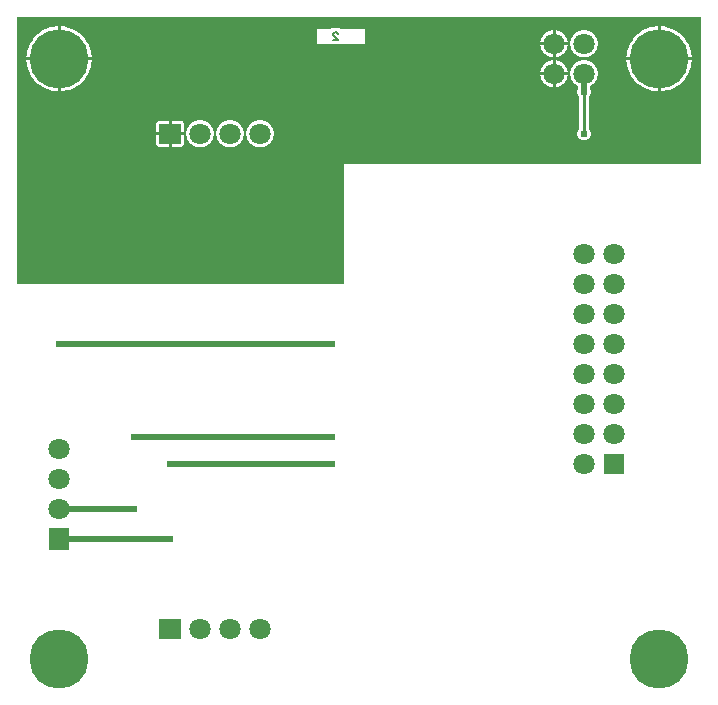
<source format=gbl>
G04 Layer: BottomLayer*
G04 EasyEDA v6.5.34, 2023-08-21 18:11:39*
G04 3c53056fde0748dba5be5e51cb54a096,5a6b42c53f6a479593ecc07194224c93,10*
G04 Gerber Generator version 0.2*
G04 Scale: 100 percent, Rotated: No, Reflected: No *
G04 Dimensions in millimeters *
G04 leading zeros omitted , absolute positions ,4 integer and 5 decimal *
%FSLAX45Y45*%
%MOMM*%

%AMMACRO1*21,1,$1,$2,0,0,$3*%
%ADD10C,0.1524*%
%ADD11C,0.5000*%
%ADD12C,0.2540*%
%ADD13C,1.8000*%
%ADD14MACRO1,1.8X1.7X-90.0000*%
%ADD15MACRO1,1.8X1.7X0.0000*%
%ADD16R,1.8000X1.8000*%
%ADD17C,5.0000*%
%ADD18C,0.6096*%
%ADD19C,0.0104*%

%LPD*%
G36*
X36068Y3556000D02*
G01*
X32156Y3556762D01*
X28905Y3558946D01*
X26670Y3562248D01*
X25908Y3566160D01*
X25908Y5805932D01*
X26670Y5809843D01*
X28905Y5813094D01*
X32156Y5815330D01*
X36068Y5816092D01*
X2555240Y5816092D01*
X2559151Y5815330D01*
X2562402Y5813094D01*
X2564638Y5809843D01*
X2565400Y5805932D01*
X2566162Y5809843D01*
X2568397Y5813094D01*
X2571648Y5815330D01*
X2575560Y5816092D01*
X5805932Y5816092D01*
X5809843Y5815330D01*
X5813094Y5813094D01*
X5815330Y5809843D01*
X5816092Y5805932D01*
X5816092Y4582160D01*
X5815330Y4578248D01*
X5813094Y4574946D01*
X5809843Y4572762D01*
X5805932Y4572000D01*
X2795016Y4572000D01*
X2794000Y4570984D01*
X2794000Y3566160D01*
X2793238Y3562248D01*
X2791002Y3558946D01*
X2787700Y3556762D01*
X2783840Y3556000D01*
G37*

%LPC*%
G36*
X4584700Y5219039D02*
G01*
X4593691Y5220157D01*
X4607814Y5223764D01*
X4621326Y5229148D01*
X4634077Y5236159D01*
X4645863Y5244693D01*
X4656480Y5254650D01*
X4665776Y5265877D01*
X4673549Y5278170D01*
X4679746Y5291328D01*
X4684268Y5305196D01*
X4686960Y5319471D01*
X4687112Y5321300D01*
X4584700Y5321300D01*
G37*
G36*
X1821484Y4710328D02*
G01*
X1836013Y4710328D01*
X1850440Y4712157D01*
X1864563Y4715764D01*
X1878075Y4721148D01*
X1890826Y4728159D01*
X1902612Y4736693D01*
X1913229Y4746650D01*
X1922475Y4757877D01*
X1930298Y4770170D01*
X1936496Y4783328D01*
X1940966Y4797196D01*
X1943709Y4811471D01*
X1944624Y4826000D01*
X1943709Y4840528D01*
X1940966Y4854803D01*
X1936496Y4868672D01*
X1930298Y4881829D01*
X1922475Y4894122D01*
X1913229Y4905349D01*
X1902612Y4915306D01*
X1890826Y4923840D01*
X1878075Y4930851D01*
X1864563Y4936185D01*
X1850440Y4939842D01*
X1836013Y4941671D01*
X1821484Y4941671D01*
X1807006Y4939842D01*
X1792935Y4936185D01*
X1779422Y4930851D01*
X1766671Y4923840D01*
X1754886Y4915306D01*
X1744268Y4905349D01*
X1734972Y4894122D01*
X1727200Y4881829D01*
X1721002Y4868672D01*
X1716481Y4854803D01*
X1713788Y4840528D01*
X1712874Y4826000D01*
X1713788Y4811471D01*
X1716481Y4797196D01*
X1721002Y4783328D01*
X1727200Y4770170D01*
X1734972Y4757877D01*
X1744268Y4746650D01*
X1754886Y4736693D01*
X1766671Y4728159D01*
X1779422Y4721148D01*
X1792935Y4715764D01*
X1807006Y4712157D01*
G37*
G36*
X2075484Y4710328D02*
G01*
X2090013Y4710328D01*
X2104440Y4712157D01*
X2118563Y4715764D01*
X2132076Y4721148D01*
X2144826Y4728159D01*
X2156612Y4736693D01*
X2167229Y4746650D01*
X2176475Y4757877D01*
X2184298Y4770170D01*
X2190496Y4783328D01*
X2194966Y4797196D01*
X2197709Y4811471D01*
X2198624Y4826000D01*
X2197709Y4840528D01*
X2194966Y4854803D01*
X2190496Y4868672D01*
X2184298Y4881829D01*
X2176475Y4894122D01*
X2167229Y4905349D01*
X2156612Y4915306D01*
X2144826Y4923840D01*
X2132076Y4930851D01*
X2118563Y4936185D01*
X2104440Y4939842D01*
X2090013Y4941671D01*
X2075484Y4941671D01*
X2061006Y4939842D01*
X2046935Y4936185D01*
X2033422Y4930851D01*
X2020671Y4923840D01*
X2008886Y4915306D01*
X1998268Y4905349D01*
X1988972Y4894122D01*
X1981200Y4881829D01*
X1975002Y4868672D01*
X1970481Y4854803D01*
X1967788Y4840528D01*
X1966874Y4826000D01*
X1967788Y4811471D01*
X1970481Y4797196D01*
X1975002Y4783328D01*
X1981200Y4770170D01*
X1988972Y4757877D01*
X1998268Y4746650D01*
X2008886Y4736693D01*
X2020671Y4728159D01*
X2033422Y4721148D01*
X2046935Y4715764D01*
X2061006Y4712157D01*
G37*
G36*
X1333449Y4715103D02*
G01*
X1410157Y4715103D01*
X1416507Y4715814D01*
X1421942Y4717694D01*
X1426870Y4720793D01*
X1430934Y4724857D01*
X1434033Y4729784D01*
X1435963Y4735220D01*
X1436674Y4741570D01*
X1436674Y4813300D01*
X1333449Y4813300D01*
G37*
G36*
X1231290Y4715103D02*
G01*
X1308049Y4715103D01*
X1308049Y4813300D01*
X1204823Y4813300D01*
X1204823Y4741570D01*
X1205534Y4735220D01*
X1207465Y4729784D01*
X1210564Y4724857D01*
X1214628Y4720793D01*
X1219555Y4717694D01*
X1224991Y4715814D01*
G37*
G36*
X4826000Y4769612D02*
G01*
X4835753Y4770475D01*
X4845253Y4773015D01*
X4854143Y4777181D01*
X4862220Y4782820D01*
X4869129Y4789728D01*
X4874768Y4797806D01*
X4878933Y4806696D01*
X4881473Y4816195D01*
X4882337Y4825949D01*
X4881473Y4835753D01*
X4878933Y4845253D01*
X4874768Y4854143D01*
X4869129Y4862220D01*
X4867554Y4863795D01*
X4865370Y4867097D01*
X4864608Y4870958D01*
X4864608Y5136591D01*
X4865370Y5140502D01*
X4867554Y5143804D01*
X4869180Y5145379D01*
X4874818Y5153406D01*
X4878933Y5162346D01*
X4881473Y5171795D01*
X4882337Y5181600D01*
X4881473Y5191404D01*
X4878933Y5200853D01*
X4877866Y5203190D01*
X4876901Y5207508D01*
X4876901Y5224018D01*
X4877562Y5227523D01*
X4879390Y5230622D01*
X4882184Y5232908D01*
X4888077Y5236159D01*
X4899863Y5244693D01*
X4910480Y5254650D01*
X4919776Y5265877D01*
X4927549Y5278170D01*
X4933746Y5291328D01*
X4938268Y5305196D01*
X4940960Y5319471D01*
X4941874Y5334000D01*
X4940960Y5348528D01*
X4938268Y5362803D01*
X4933746Y5376672D01*
X4927549Y5389829D01*
X4919776Y5402122D01*
X4910480Y5413349D01*
X4899863Y5423306D01*
X4888077Y5431840D01*
X4875326Y5438851D01*
X4861814Y5444236D01*
X4847691Y5447842D01*
X4833264Y5449671D01*
X4818735Y5449671D01*
X4804308Y5447842D01*
X4790186Y5444236D01*
X4776673Y5438851D01*
X4763922Y5431840D01*
X4752136Y5423306D01*
X4741519Y5413349D01*
X4732223Y5402122D01*
X4724450Y5389829D01*
X4718253Y5376672D01*
X4713732Y5362803D01*
X4711039Y5348528D01*
X4710125Y5334000D01*
X4711039Y5319471D01*
X4713732Y5305196D01*
X4718253Y5291328D01*
X4724450Y5278170D01*
X4732223Y5265877D01*
X4741519Y5254650D01*
X4752136Y5244693D01*
X4763922Y5236159D01*
X4769815Y5232908D01*
X4772609Y5230622D01*
X4774438Y5227523D01*
X4775098Y5224018D01*
X4775098Y5207508D01*
X4774133Y5203190D01*
X4773066Y5200853D01*
X4770526Y5191404D01*
X4769662Y5181600D01*
X4770526Y5171795D01*
X4773066Y5162346D01*
X4777181Y5153406D01*
X4782820Y5145379D01*
X4784394Y5143804D01*
X4786630Y5140502D01*
X4787392Y5136642D01*
X4787392Y4870958D01*
X4786630Y4867097D01*
X4784394Y4863795D01*
X4782820Y4862220D01*
X4777181Y4854143D01*
X4773015Y4845253D01*
X4770475Y4835753D01*
X4769662Y4825949D01*
X4770475Y4816195D01*
X4773015Y4806696D01*
X4777181Y4797806D01*
X4782820Y4789728D01*
X4789779Y4782820D01*
X4797806Y4777181D01*
X4806696Y4773015D01*
X4816195Y4770475D01*
G37*
G36*
X1333449Y4838700D02*
G01*
X1436674Y4838700D01*
X1436674Y4910429D01*
X1435963Y4916728D01*
X1434033Y4922215D01*
X1430934Y4927092D01*
X1426870Y4931206D01*
X1421942Y4934254D01*
X1416507Y4936185D01*
X1410157Y4936896D01*
X1333449Y4936896D01*
G37*
G36*
X1204823Y4838700D02*
G01*
X1308049Y4838700D01*
X1308049Y4936896D01*
X1231290Y4936896D01*
X1224991Y4936185D01*
X1219555Y4934254D01*
X1214628Y4931206D01*
X1210564Y4927092D01*
X1207465Y4922215D01*
X1205534Y4916728D01*
X1204823Y4910429D01*
G37*
G36*
X5473700Y5185562D02*
G01*
X5478322Y5185664D01*
X5501284Y5188051D01*
X5523992Y5192369D01*
X5546242Y5198618D01*
X5567934Y5206644D01*
X5588812Y5216499D01*
X5608828Y5228031D01*
X5627827Y5241239D01*
X5645607Y5255971D01*
X5662117Y5272125D01*
X5677204Y5289600D01*
X5690819Y5308295D01*
X5702757Y5328107D01*
X5713018Y5348782D01*
X5721553Y5370271D01*
X5728208Y5392369D01*
X5733034Y5414975D01*
X5735929Y5437936D01*
X5736336Y5448300D01*
X5473700Y5448300D01*
G37*
G36*
X393700Y5185562D02*
G01*
X398322Y5185664D01*
X421284Y5188051D01*
X443992Y5192369D01*
X466242Y5198618D01*
X487934Y5206644D01*
X508812Y5216499D01*
X528828Y5228031D01*
X547827Y5241239D01*
X565607Y5255971D01*
X582117Y5272125D01*
X597204Y5289600D01*
X610819Y5308295D01*
X622757Y5328107D01*
X633018Y5348782D01*
X641553Y5370271D01*
X648208Y5392369D01*
X653034Y5414975D01*
X655929Y5437936D01*
X656336Y5448300D01*
X393700Y5448300D01*
G37*
G36*
X5448300Y5185613D02*
G01*
X5448300Y5448300D01*
X5185410Y5448300D01*
X5187289Y5426405D01*
X5191150Y5403646D01*
X5196890Y5381244D01*
X5204460Y5359450D01*
X5213858Y5338318D01*
X5224983Y5318099D01*
X5237784Y5298846D01*
X5252161Y5280710D01*
X5267960Y5263896D01*
X5285130Y5248402D01*
X5303520Y5234432D01*
X5323027Y5222087D01*
X5343499Y5211368D01*
X5364835Y5202428D01*
X5386781Y5195265D01*
X5409285Y5189982D01*
X5432145Y5186629D01*
G37*
G36*
X368300Y5185613D02*
G01*
X368300Y5448300D01*
X105410Y5448300D01*
X107289Y5426405D01*
X111150Y5403646D01*
X116890Y5381244D01*
X124460Y5359450D01*
X133858Y5338318D01*
X144983Y5318099D01*
X157784Y5298846D01*
X172161Y5280710D01*
X187960Y5263896D01*
X205130Y5248402D01*
X223520Y5234432D01*
X243027Y5222087D01*
X263499Y5211368D01*
X284835Y5202428D01*
X306781Y5195265D01*
X329285Y5189982D01*
X352145Y5186629D01*
G37*
G36*
X4559300Y5219039D02*
G01*
X4559300Y5321300D01*
X4456887Y5321300D01*
X4457039Y5319471D01*
X4459732Y5305196D01*
X4464253Y5291328D01*
X4470450Y5278170D01*
X4478223Y5265877D01*
X4487519Y5254650D01*
X4498136Y5244693D01*
X4509922Y5236159D01*
X4522673Y5229148D01*
X4536186Y5223764D01*
X4550308Y5220157D01*
G37*
G36*
X1567484Y4710328D02*
G01*
X1582013Y4710328D01*
X1596440Y4712157D01*
X1610563Y4715764D01*
X1624076Y4721148D01*
X1636826Y4728159D01*
X1648612Y4736693D01*
X1659229Y4746650D01*
X1668475Y4757877D01*
X1676298Y4770170D01*
X1682496Y4783328D01*
X1686966Y4797196D01*
X1689709Y4811471D01*
X1690624Y4826000D01*
X1689709Y4840528D01*
X1686966Y4854803D01*
X1682496Y4868672D01*
X1676298Y4881829D01*
X1668475Y4894122D01*
X1659229Y4905349D01*
X1648612Y4915306D01*
X1636826Y4923840D01*
X1624076Y4930851D01*
X1610563Y4936185D01*
X1596440Y4939842D01*
X1582013Y4941671D01*
X1567484Y4941671D01*
X1553006Y4939842D01*
X1538935Y4936185D01*
X1525422Y4930851D01*
X1512671Y4923840D01*
X1500886Y4915306D01*
X1490268Y4905349D01*
X1480972Y4894122D01*
X1473200Y4881829D01*
X1467002Y4868672D01*
X1462481Y4854803D01*
X1459788Y4840528D01*
X1458874Y4826000D01*
X1459788Y4811471D01*
X1462481Y4797196D01*
X1467002Y4783328D01*
X1473200Y4770170D01*
X1480972Y4757877D01*
X1490268Y4746650D01*
X1500886Y4736693D01*
X1512671Y4728159D01*
X1525422Y4721148D01*
X1538935Y4715764D01*
X1553006Y4712157D01*
G37*
G36*
X4584700Y5346700D02*
G01*
X4687112Y5346700D01*
X4686960Y5348528D01*
X4684268Y5362803D01*
X4679746Y5376672D01*
X4673549Y5389829D01*
X4665776Y5402122D01*
X4656480Y5413349D01*
X4645863Y5423306D01*
X4634077Y5431840D01*
X4621326Y5438851D01*
X4607814Y5444236D01*
X4593691Y5447842D01*
X4584700Y5448960D01*
G37*
G36*
X4456887Y5346700D02*
G01*
X4559300Y5346700D01*
X4559300Y5448960D01*
X4550308Y5447842D01*
X4536186Y5444236D01*
X4522673Y5438851D01*
X4509922Y5431840D01*
X4498136Y5423306D01*
X4487519Y5413349D01*
X4478223Y5402122D01*
X4470450Y5389829D01*
X4464253Y5376672D01*
X4459732Y5362803D01*
X4457039Y5348528D01*
G37*
G36*
X4818735Y5472328D02*
G01*
X4833264Y5472328D01*
X4847691Y5474157D01*
X4861814Y5477764D01*
X4875326Y5483148D01*
X4888077Y5490159D01*
X4899863Y5498693D01*
X4910480Y5508650D01*
X4919776Y5519877D01*
X4927549Y5532170D01*
X4933746Y5545328D01*
X4938268Y5559196D01*
X4940960Y5573471D01*
X4941874Y5588000D01*
X4940960Y5602528D01*
X4938268Y5616803D01*
X4933746Y5630672D01*
X4927549Y5643829D01*
X4919776Y5656122D01*
X4910480Y5667349D01*
X4899863Y5677306D01*
X4888077Y5685840D01*
X4875326Y5692851D01*
X4861814Y5698236D01*
X4847691Y5701842D01*
X4833264Y5703671D01*
X4818735Y5703671D01*
X4804308Y5701842D01*
X4790186Y5698236D01*
X4776673Y5692851D01*
X4763922Y5685840D01*
X4752136Y5677306D01*
X4741519Y5667349D01*
X4732223Y5656122D01*
X4724450Y5643829D01*
X4718253Y5630672D01*
X4713732Y5616803D01*
X4711039Y5602528D01*
X4710125Y5588000D01*
X4711039Y5573471D01*
X4713732Y5559196D01*
X4718253Y5545328D01*
X4724450Y5532170D01*
X4732223Y5519877D01*
X4741519Y5508650D01*
X4752136Y5498693D01*
X4763922Y5490159D01*
X4776673Y5483148D01*
X4790186Y5477764D01*
X4804308Y5474157D01*
G37*
G36*
X4584700Y5473039D02*
G01*
X4593691Y5474157D01*
X4607814Y5477764D01*
X4621326Y5483148D01*
X4634077Y5490159D01*
X4645863Y5498693D01*
X4656480Y5508650D01*
X4665776Y5519877D01*
X4673549Y5532170D01*
X4679746Y5545328D01*
X4684268Y5559196D01*
X4686960Y5573471D01*
X4687112Y5575300D01*
X4584700Y5575300D01*
G37*
G36*
X4559300Y5473039D02*
G01*
X4559300Y5575300D01*
X4456887Y5575300D01*
X4457039Y5573471D01*
X4459732Y5559196D01*
X4464253Y5545328D01*
X4470450Y5532170D01*
X4478223Y5519877D01*
X4487519Y5508650D01*
X4498136Y5498693D01*
X4509922Y5490159D01*
X4522673Y5483148D01*
X4536186Y5477764D01*
X4550308Y5474157D01*
G37*
G36*
X393700Y5473700D02*
G01*
X656336Y5473700D01*
X655929Y5484063D01*
X653034Y5507024D01*
X648208Y5529630D01*
X641553Y5551728D01*
X633018Y5573217D01*
X622757Y5593892D01*
X610819Y5613704D01*
X597204Y5632348D01*
X582117Y5649874D01*
X565607Y5666028D01*
X547827Y5680760D01*
X528828Y5693968D01*
X508812Y5705500D01*
X487934Y5715355D01*
X466242Y5723382D01*
X443992Y5729630D01*
X421284Y5733948D01*
X398322Y5736336D01*
X393700Y5736437D01*
G37*
G36*
X5473700Y5473700D02*
G01*
X5736336Y5473700D01*
X5735929Y5484063D01*
X5733034Y5507024D01*
X5728208Y5529630D01*
X5721553Y5551728D01*
X5713018Y5573217D01*
X5702757Y5593892D01*
X5690819Y5613704D01*
X5677204Y5632348D01*
X5662117Y5649874D01*
X5645607Y5666028D01*
X5627827Y5680760D01*
X5608828Y5693968D01*
X5588812Y5705500D01*
X5567934Y5715355D01*
X5546242Y5723382D01*
X5523992Y5729630D01*
X5501284Y5733948D01*
X5478322Y5736336D01*
X5473700Y5736437D01*
G37*
G36*
X5185410Y5473700D02*
G01*
X5448300Y5473700D01*
X5448300Y5736386D01*
X5432145Y5735370D01*
X5409285Y5732018D01*
X5386781Y5726734D01*
X5364835Y5719572D01*
X5343499Y5710631D01*
X5323027Y5699912D01*
X5303520Y5687568D01*
X5285130Y5673598D01*
X5267960Y5658104D01*
X5252161Y5641289D01*
X5237784Y5623153D01*
X5224983Y5603900D01*
X5213858Y5583682D01*
X5204460Y5562549D01*
X5196890Y5540756D01*
X5191150Y5518353D01*
X5187289Y5495594D01*
G37*
G36*
X105410Y5473700D02*
G01*
X368300Y5473700D01*
X368300Y5736386D01*
X352145Y5735370D01*
X329285Y5732018D01*
X306781Y5726734D01*
X284835Y5719572D01*
X263499Y5710631D01*
X243027Y5699912D01*
X223520Y5687568D01*
X205130Y5673598D01*
X187960Y5658104D01*
X172161Y5641289D01*
X157784Y5623153D01*
X144983Y5603900D01*
X133858Y5583682D01*
X124460Y5562549D01*
X116890Y5540756D01*
X111150Y5518353D01*
X107289Y5495594D01*
G37*
G36*
X2691688Y5583682D02*
G01*
X2750261Y5583682D01*
X2756560Y5584393D01*
X2764840Y5587593D01*
X2767634Y5588000D01*
X2970784Y5588000D01*
X2971800Y5589016D01*
X2971800Y5713984D01*
X2970784Y5715000D01*
X2763520Y5715000D01*
X2760167Y5715558D01*
X2756560Y5716828D01*
X2750261Y5717540D01*
X2691688Y5717540D01*
X2685389Y5716828D01*
X2681782Y5715558D01*
X2678430Y5715000D01*
X2575560Y5715000D01*
X2571648Y5715762D01*
X2568397Y5717997D01*
X2566162Y5721248D01*
X2565400Y5725160D01*
X2565400Y5589016D01*
X2566416Y5588000D01*
X2674315Y5588000D01*
X2677109Y5587593D01*
X2679903Y5586323D01*
X2685389Y5584393D01*
G37*
G36*
X4584700Y5600700D02*
G01*
X4687112Y5600700D01*
X4686960Y5602528D01*
X4684268Y5616803D01*
X4679746Y5630672D01*
X4673549Y5643829D01*
X4665776Y5656122D01*
X4656480Y5667349D01*
X4645863Y5677306D01*
X4634077Y5685840D01*
X4621326Y5692851D01*
X4607814Y5698236D01*
X4593691Y5701842D01*
X4584700Y5702960D01*
G37*
G36*
X4456887Y5600700D02*
G01*
X4559300Y5600700D01*
X4559300Y5702960D01*
X4550308Y5701842D01*
X4536186Y5698236D01*
X4522673Y5692851D01*
X4509922Y5685840D01*
X4498136Y5677306D01*
X4487519Y5667349D01*
X4478223Y5656122D01*
X4470450Y5643829D01*
X4464253Y5630672D01*
X4459732Y5616803D01*
X4457039Y5602528D01*
G37*

%LPD*%
D10*
X2739897Y5668010D02*
G01*
X2739897Y5671312D01*
X2736850Y5677662D01*
X2733547Y5680963D01*
X2727197Y5684012D01*
X2714497Y5684012D01*
X2708147Y5680963D01*
X2705100Y5677662D01*
X2701797Y5671312D01*
X2701797Y5664962D01*
X2705100Y5658612D01*
X2711450Y5648960D01*
X2743200Y5617210D01*
X2698750Y5617210D01*
D11*
X4826000Y5334000D02*
G01*
X4826000Y5181600D01*
X2082800Y2260600D02*
G01*
X2692400Y2260600D01*
X2693926Y2030473D02*
G01*
X1320800Y2030473D01*
X381005Y3048000D02*
G01*
X2692400Y3047994D01*
X1320800Y1397000D02*
G01*
X381000Y1397000D01*
X381000Y1651000D02*
G01*
X1016000Y1651000D01*
D12*
X4825987Y4825974D02*
G01*
X4825987Y5181587D01*
D11*
X2082800Y2260600D02*
G01*
X1016000Y2260600D01*
D13*
G01*
X381000Y2159000D03*
D14*
G01*
X381001Y1396997D03*
D13*
G01*
X381000Y1651000D03*
G01*
X381000Y1905000D03*
G01*
X2082749Y635000D03*
D15*
G01*
X1320797Y634996D03*
D13*
G01*
X1574800Y635000D03*
G01*
X1828800Y635000D03*
G01*
X2082749Y4825974D03*
D15*
G01*
X1320797Y4825975D03*
D13*
G01*
X1574800Y4825974D03*
G01*
X1828800Y4825974D03*
D16*
G01*
X5080000Y2032000D03*
D13*
G01*
X4826000Y2032000D03*
G01*
X5080000Y2286000D03*
G01*
X4826000Y2286000D03*
G01*
X5080000Y2540000D03*
G01*
X4826000Y2540000D03*
G01*
X5080000Y2794000D03*
G01*
X4826000Y2794000D03*
G01*
X5080000Y3048000D03*
G01*
X4826000Y3048000D03*
G01*
X5080000Y3302000D03*
G01*
X4826000Y3302000D03*
G01*
X5080000Y3556000D03*
G01*
X4826000Y3556000D03*
G01*
X5080000Y3810000D03*
G01*
X4826000Y3810000D03*
D17*
G01*
X381000Y5461000D03*
G01*
X5461000Y5461000D03*
G01*
X5461000Y381000D03*
G01*
X381000Y381000D03*
D13*
G01*
X4826000Y5588000D03*
G01*
X4826000Y5334000D03*
G01*
X4572000Y5334000D03*
G01*
X4572000Y5588000D03*
D18*
G01*
X4826000Y5181600D03*
G01*
X2692400Y2260600D03*
G01*
X2082800Y2260600D03*
G01*
X2693924Y2030476D03*
G01*
X1320800Y2030476D03*
G01*
X2692400Y3048000D03*
G01*
X381000Y3048000D03*
G01*
X1320800Y1397000D03*
G01*
X1016000Y2260600D03*
G01*
X1016000Y1651000D03*
G01*
X1731010Y2260600D03*
G01*
X4826000Y4825974D03*
G01*
X1936572Y2032000D03*
M02*

</source>
